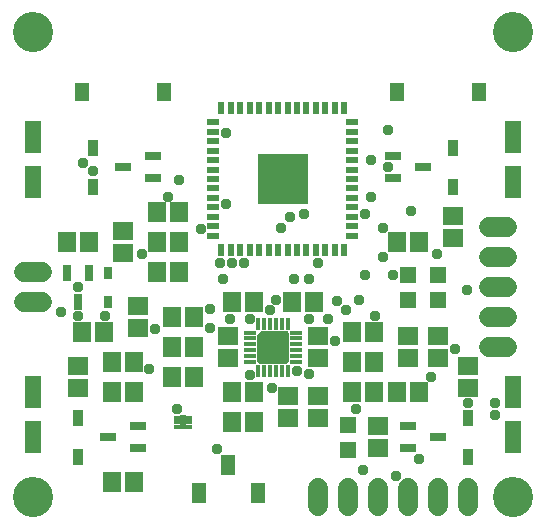
<source format=gbr>
G04 EAGLE Gerber RS-274X export*
G75*
%MOMM*%
%FSLAX34Y34*%
%LPD*%
%INSoldermask Top*%
%IPPOS*%
%AMOC8*
5,1,8,0,0,1.08239X$1,22.5*%
G01*
%ADD10C,3.403200*%
%ADD11R,1.703200X1.503200*%
%ADD12R,1.503200X1.703200*%
%ADD13R,0.803200X1.003200*%
%ADD14R,0.993200X0.463200*%
%ADD15R,0.463200X0.993200*%
%ADD16C,1.727200*%
%ADD17R,1.403200X1.403200*%
%ADD18R,1.473200X2.743200*%
%ADD19R,1.403200X0.803200*%
%ADD20R,0.803200X1.403200*%
%ADD21R,0.953200X1.453200*%
%ADD22R,1.203200X1.803200*%
%ADD23R,1.003200X0.603200*%
%ADD24R,0.603200X1.003200*%
%ADD25R,4.203200X4.203200*%
%ADD26R,1.203200X1.603200*%
%ADD27R,0.573200X0.443200*%
%ADD28R,0.603200X1.283200*%
%ADD29C,0.959600*%

G36*
X239854Y138604D02*
X239854Y138604D01*
X239856Y138601D01*
X240374Y138669D01*
X240381Y138676D01*
X240386Y138673D01*
X240869Y138872D01*
X240874Y138881D01*
X240880Y138879D01*
X241294Y139197D01*
X241297Y139206D01*
X241303Y139206D01*
X241621Y139620D01*
X241621Y139630D01*
X241628Y139631D01*
X241827Y140114D01*
X241825Y140123D01*
X241831Y140126D01*
X241899Y140644D01*
X241896Y140648D01*
X241899Y140650D01*
X241899Y164150D01*
X241896Y164154D01*
X241899Y164156D01*
X241831Y164674D01*
X241824Y164681D01*
X241827Y164686D01*
X241628Y165169D01*
X241619Y165174D01*
X241621Y165180D01*
X241303Y165594D01*
X241294Y165597D01*
X241294Y165603D01*
X240880Y165921D01*
X240871Y165921D01*
X240869Y165928D01*
X240386Y166127D01*
X240377Y166125D01*
X240374Y166131D01*
X239856Y166199D01*
X239852Y166196D01*
X239850Y166199D01*
X218350Y166199D01*
X218329Y166183D01*
X218315Y166185D01*
X215315Y163185D01*
X215312Y163158D01*
X215301Y163150D01*
X215301Y140650D01*
X215304Y140646D01*
X215301Y140644D01*
X215369Y140126D01*
X215376Y140119D01*
X215373Y140114D01*
X215572Y139631D01*
X215581Y139626D01*
X215579Y139620D01*
X215897Y139206D01*
X215906Y139203D01*
X215906Y139197D01*
X216320Y138879D01*
X216330Y138879D01*
X216331Y138872D01*
X216814Y138673D01*
X216823Y138675D01*
X216826Y138669D01*
X217344Y138601D01*
X217348Y138604D01*
X217350Y138601D01*
X239850Y138601D01*
X239854Y138604D01*
G37*
D10*
X25400Y25400D03*
X431800Y25400D03*
X431800Y419100D03*
X25400Y419100D03*
D11*
X63500Y117500D03*
X63500Y136500D03*
X114300Y187300D03*
X114300Y168300D03*
D12*
X85700Y165100D03*
X66700Y165100D03*
D11*
X241300Y111100D03*
X241300Y92100D03*
D12*
X92100Y38100D03*
X111100Y38100D03*
D11*
X393700Y117500D03*
X393700Y136500D03*
X101600Y250800D03*
X101600Y231800D03*
X381000Y263500D03*
X381000Y244500D03*
D12*
X295300Y114300D03*
X314300Y114300D03*
D11*
X266700Y92100D03*
X266700Y111100D03*
X266700Y142900D03*
X266700Y161900D03*
D12*
X295300Y139700D03*
X314300Y139700D03*
D13*
X88900Y190700D03*
X88900Y215700D03*
D14*
X208900Y164900D03*
X208900Y159900D03*
X208900Y154900D03*
X208900Y149900D03*
X208900Y144900D03*
X208900Y139900D03*
D15*
X216100Y132700D03*
X221100Y132700D03*
X226100Y132700D03*
X231100Y132700D03*
X236100Y132700D03*
X241100Y132700D03*
D14*
X248300Y139900D03*
X248300Y144900D03*
X248300Y149900D03*
X248300Y154900D03*
X248300Y159900D03*
X248300Y164900D03*
D15*
X241100Y172100D03*
X236100Y172100D03*
X231100Y172100D03*
X226100Y172100D03*
X221100Y172100D03*
X216100Y172100D03*
D16*
X33020Y215900D02*
X17780Y215900D01*
X17780Y190500D02*
X33020Y190500D01*
D17*
X368300Y192700D03*
X368300Y213700D03*
X342900Y192700D03*
X342900Y213700D03*
X292100Y86700D03*
X292100Y65700D03*
D18*
X25400Y114300D03*
X25400Y76200D03*
X431800Y76200D03*
X431800Y114300D03*
X431800Y292100D03*
X431800Y330200D03*
X25400Y292100D03*
X25400Y330200D03*
D19*
X114100Y66700D03*
X114100Y85700D03*
X89100Y76200D03*
X343100Y85700D03*
X343100Y66700D03*
X368100Y76200D03*
X126800Y295300D03*
X126800Y314300D03*
X101800Y304800D03*
X330400Y314300D03*
X330400Y295300D03*
X355400Y304800D03*
D20*
X73000Y215700D03*
X54000Y215700D03*
X63500Y190700D03*
D12*
X161900Y177800D03*
X142900Y177800D03*
X212700Y114300D03*
X193700Y114300D03*
X314300Y165100D03*
X295300Y165100D03*
X263500Y190500D03*
X244500Y190500D03*
D11*
X342900Y161900D03*
X342900Y142900D03*
X368300Y161900D03*
X368300Y142900D03*
D12*
X92100Y114300D03*
X111100Y114300D03*
D11*
X317500Y66700D03*
X317500Y85700D03*
D12*
X149200Y215900D03*
X130200Y215900D03*
X333400Y114300D03*
X352400Y114300D03*
X130200Y266700D03*
X149200Y266700D03*
X333400Y241300D03*
X352400Y241300D03*
X73000Y241300D03*
X54000Y241300D03*
D21*
X63500Y59700D03*
X63500Y92700D03*
X393700Y59700D03*
X393700Y92700D03*
X381000Y321300D03*
X381000Y288300D03*
X76200Y321300D03*
X76200Y288300D03*
D22*
X165500Y29100D03*
X190500Y53100D03*
X215500Y29100D03*
D12*
X92100Y139700D03*
X111100Y139700D03*
X193700Y88900D03*
X212700Y88900D03*
D16*
X266700Y33020D02*
X266700Y17780D01*
X292100Y17780D02*
X292100Y33020D01*
X317500Y33020D02*
X317500Y17780D01*
X342900Y17780D02*
X342900Y33020D01*
X368300Y33020D02*
X368300Y17780D01*
X393700Y17780D02*
X393700Y33020D01*
D23*
X177800Y342900D03*
X177800Y334900D03*
X177800Y326900D03*
X177800Y318900D03*
X177800Y310900D03*
X177800Y302900D03*
X177800Y294900D03*
X177800Y286900D03*
X177800Y278900D03*
X177800Y270900D03*
X177800Y262900D03*
X177800Y254900D03*
X177800Y246900D03*
D24*
X184800Y234400D03*
X192800Y234400D03*
X200800Y234400D03*
X208800Y234400D03*
X216800Y234400D03*
X224800Y234400D03*
X232800Y234400D03*
X240800Y234400D03*
X248800Y234400D03*
X256800Y234400D03*
X264800Y234400D03*
X272800Y234400D03*
X280800Y234400D03*
X288800Y234400D03*
D23*
X295800Y246900D03*
X295800Y254900D03*
X295800Y262900D03*
X295800Y270900D03*
X295800Y278900D03*
X295800Y286900D03*
X295800Y294900D03*
X295800Y302900D03*
X295800Y310900D03*
X295800Y318900D03*
X295800Y326900D03*
X295800Y334900D03*
X295800Y342900D03*
D24*
X288800Y355400D03*
X280800Y355400D03*
X272800Y355400D03*
X264800Y355400D03*
X256800Y355400D03*
X248800Y355400D03*
X240800Y355400D03*
X232800Y355400D03*
X224800Y355400D03*
X216800Y355400D03*
X208800Y355400D03*
X200800Y355400D03*
X192800Y355400D03*
X184800Y355400D03*
D25*
X236800Y294900D03*
D12*
X130200Y241300D03*
X149200Y241300D03*
X212700Y190500D03*
X193700Y190500D03*
X142900Y127000D03*
X161900Y127000D03*
D11*
X190500Y142900D03*
X190500Y161900D03*
D26*
X66600Y368300D03*
X136600Y368300D03*
D12*
X142900Y152400D03*
X161900Y152400D03*
D26*
X403300Y368300D03*
X333300Y368300D03*
D27*
X157550Y84900D03*
X157550Y88900D03*
X157550Y92900D03*
X147250Y92900D03*
X147250Y88900D03*
X147250Y84900D03*
D28*
X152400Y88900D03*
D16*
X411480Y152400D02*
X426720Y152400D01*
X426720Y177800D02*
X411480Y177800D01*
X411480Y203200D02*
X426720Y203200D01*
X426720Y228600D02*
X411480Y228600D01*
X411480Y254000D02*
X426720Y254000D01*
D29*
X352500Y57500D03*
X382500Y151250D03*
X148750Y293750D03*
X188750Y333750D03*
X63750Y178750D03*
X67500Y308750D03*
X128750Y167500D03*
X298750Y100000D03*
X246250Y210000D03*
X186250Y210000D03*
X175000Y185000D03*
X123750Y133750D03*
X416250Y105000D03*
X393750Y105000D03*
X235000Y253750D03*
X321250Y228750D03*
X242500Y262500D03*
X321250Y253750D03*
X326250Y305000D03*
X167500Y252500D03*
X140000Y280000D03*
X48750Y182500D03*
X76250Y301250D03*
X63750Y203750D03*
X86250Y178750D03*
X392500Y201250D03*
X315000Y178750D03*
X188750Y273750D03*
X203750Y223750D03*
X266250Y223750D03*
X258750Y130000D03*
X227500Y117500D03*
X208750Y128750D03*
X275000Y176250D03*
X208750Y176250D03*
X258750Y176250D03*
X345000Y267500D03*
X258750Y210000D03*
X226250Y183750D03*
X290000Y183750D03*
X311250Y280000D03*
X193750Y223750D03*
X117500Y231250D03*
X332500Y43750D03*
X305000Y48750D03*
X192500Y176250D03*
X231250Y192500D03*
X175000Y168750D03*
X326250Y336250D03*
X255000Y265000D03*
X362500Y127500D03*
X311250Y311250D03*
X416250Y95000D03*
X306250Y213750D03*
X330000Y213750D03*
X306250Y265000D03*
X367500Y231250D03*
X248750Y132500D03*
X281250Y157500D03*
X282500Y191250D03*
X301250Y192500D03*
X147500Y100000D03*
X181250Y66250D03*
X183750Y223750D03*
M02*

</source>
